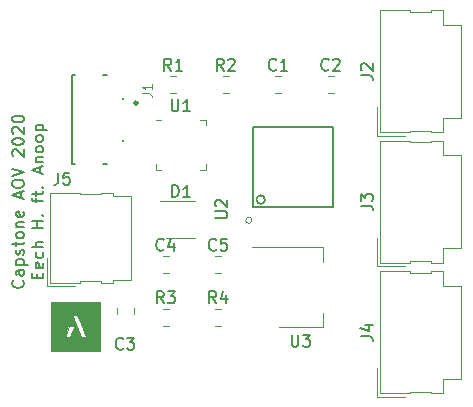
<source format=gbr>
G04 #@! TF.GenerationSoftware,KiCad,Pcbnew,5.1.5-52549c5~84~ubuntu18.04.1*
G04 #@! TF.CreationDate,2020-02-05T16:10:53-05:00*
G04 #@! TF.ProjectId,ultrasonic,756c7472-6173-46f6-9e69-632e6b696361,rev?*
G04 #@! TF.SameCoordinates,Original*
G04 #@! TF.FileFunction,Legend,Top*
G04 #@! TF.FilePolarity,Positive*
%FSLAX46Y46*%
G04 Gerber Fmt 4.6, Leading zero omitted, Abs format (unit mm)*
G04 Created by KiCad (PCBNEW 5.1.5-52549c5~84~ubuntu18.04.1) date 2020-02-05 16:10:53*
%MOMM*%
%LPD*%
G04 APERTURE LIST*
%ADD10C,0.150000*%
%ADD11C,0.120000*%
%ADD12C,0.010000*%
%ADD13C,0.127000*%
%ADD14C,0.300000*%
%ADD15C,0.100000*%
%ADD16C,0.152400*%
%ADD17C,0.015000*%
G04 APERTURE END LIST*
D10*
X104751142Y-113092666D02*
X104798761Y-113140285D01*
X104846380Y-113283142D01*
X104846380Y-113378380D01*
X104798761Y-113521238D01*
X104703523Y-113616476D01*
X104608285Y-113664095D01*
X104417809Y-113711714D01*
X104274952Y-113711714D01*
X104084476Y-113664095D01*
X103989238Y-113616476D01*
X103894000Y-113521238D01*
X103846380Y-113378380D01*
X103846380Y-113283142D01*
X103894000Y-113140285D01*
X103941619Y-113092666D01*
X104846380Y-112235523D02*
X104322571Y-112235523D01*
X104227333Y-112283142D01*
X104179714Y-112378380D01*
X104179714Y-112568857D01*
X104227333Y-112664095D01*
X104798761Y-112235523D02*
X104846380Y-112330761D01*
X104846380Y-112568857D01*
X104798761Y-112664095D01*
X104703523Y-112711714D01*
X104608285Y-112711714D01*
X104513047Y-112664095D01*
X104465428Y-112568857D01*
X104465428Y-112330761D01*
X104417809Y-112235523D01*
X104179714Y-111759333D02*
X105179714Y-111759333D01*
X104227333Y-111759333D02*
X104179714Y-111664095D01*
X104179714Y-111473619D01*
X104227333Y-111378380D01*
X104274952Y-111330761D01*
X104370190Y-111283142D01*
X104655904Y-111283142D01*
X104751142Y-111330761D01*
X104798761Y-111378380D01*
X104846380Y-111473619D01*
X104846380Y-111664095D01*
X104798761Y-111759333D01*
X104798761Y-110902190D02*
X104846380Y-110806952D01*
X104846380Y-110616476D01*
X104798761Y-110521238D01*
X104703523Y-110473619D01*
X104655904Y-110473619D01*
X104560666Y-110521238D01*
X104513047Y-110616476D01*
X104513047Y-110759333D01*
X104465428Y-110854571D01*
X104370190Y-110902190D01*
X104322571Y-110902190D01*
X104227333Y-110854571D01*
X104179714Y-110759333D01*
X104179714Y-110616476D01*
X104227333Y-110521238D01*
X104179714Y-110187904D02*
X104179714Y-109806952D01*
X103846380Y-110045047D02*
X104703523Y-110045047D01*
X104798761Y-109997428D01*
X104846380Y-109902190D01*
X104846380Y-109806952D01*
X104846380Y-109330761D02*
X104798761Y-109426000D01*
X104751142Y-109473619D01*
X104655904Y-109521238D01*
X104370190Y-109521238D01*
X104274952Y-109473619D01*
X104227333Y-109426000D01*
X104179714Y-109330761D01*
X104179714Y-109187904D01*
X104227333Y-109092666D01*
X104274952Y-109045047D01*
X104370190Y-108997428D01*
X104655904Y-108997428D01*
X104751142Y-109045047D01*
X104798761Y-109092666D01*
X104846380Y-109187904D01*
X104846380Y-109330761D01*
X104179714Y-108568857D02*
X104846380Y-108568857D01*
X104274952Y-108568857D02*
X104227333Y-108521238D01*
X104179714Y-108426000D01*
X104179714Y-108283142D01*
X104227333Y-108187904D01*
X104322571Y-108140285D01*
X104846380Y-108140285D01*
X104798761Y-107283142D02*
X104846380Y-107378380D01*
X104846380Y-107568857D01*
X104798761Y-107664095D01*
X104703523Y-107711714D01*
X104322571Y-107711714D01*
X104227333Y-107664095D01*
X104179714Y-107568857D01*
X104179714Y-107378380D01*
X104227333Y-107283142D01*
X104322571Y-107235523D01*
X104417809Y-107235523D01*
X104513047Y-107711714D01*
X104560666Y-106092666D02*
X104560666Y-105616476D01*
X104846380Y-106187904D02*
X103846380Y-105854571D01*
X104846380Y-105521238D01*
X103846380Y-104997428D02*
X103846380Y-104806952D01*
X103894000Y-104711714D01*
X103989238Y-104616476D01*
X104179714Y-104568857D01*
X104513047Y-104568857D01*
X104703523Y-104616476D01*
X104798761Y-104711714D01*
X104846380Y-104806952D01*
X104846380Y-104997428D01*
X104798761Y-105092666D01*
X104703523Y-105187904D01*
X104513047Y-105235523D01*
X104179714Y-105235523D01*
X103989238Y-105187904D01*
X103894000Y-105092666D01*
X103846380Y-104997428D01*
X103846380Y-104283142D02*
X104846380Y-103949809D01*
X103846380Y-103616476D01*
X103941619Y-102568857D02*
X103894000Y-102521238D01*
X103846380Y-102426000D01*
X103846380Y-102187904D01*
X103894000Y-102092666D01*
X103941619Y-102045047D01*
X104036857Y-101997428D01*
X104132095Y-101997428D01*
X104274952Y-102045047D01*
X104846380Y-102616476D01*
X104846380Y-101997428D01*
X103846380Y-101378380D02*
X103846380Y-101283142D01*
X103894000Y-101187904D01*
X103941619Y-101140285D01*
X104036857Y-101092666D01*
X104227333Y-101045047D01*
X104465428Y-101045047D01*
X104655904Y-101092666D01*
X104751142Y-101140285D01*
X104798761Y-101187904D01*
X104846380Y-101283142D01*
X104846380Y-101378380D01*
X104798761Y-101473619D01*
X104751142Y-101521238D01*
X104655904Y-101568857D01*
X104465428Y-101616476D01*
X104227333Y-101616476D01*
X104036857Y-101568857D01*
X103941619Y-101521238D01*
X103894000Y-101473619D01*
X103846380Y-101378380D01*
X103941619Y-100664095D02*
X103894000Y-100616476D01*
X103846380Y-100521238D01*
X103846380Y-100283142D01*
X103894000Y-100187904D01*
X103941619Y-100140285D01*
X104036857Y-100092666D01*
X104132095Y-100092666D01*
X104274952Y-100140285D01*
X104846380Y-100711714D01*
X104846380Y-100092666D01*
X103846380Y-99473619D02*
X103846380Y-99378380D01*
X103894000Y-99283142D01*
X103941619Y-99235523D01*
X104036857Y-99187904D01*
X104227333Y-99140285D01*
X104465428Y-99140285D01*
X104655904Y-99187904D01*
X104751142Y-99235523D01*
X104798761Y-99283142D01*
X104846380Y-99378380D01*
X104846380Y-99473619D01*
X104798761Y-99568857D01*
X104751142Y-99616476D01*
X104655904Y-99664095D01*
X104465428Y-99711714D01*
X104227333Y-99711714D01*
X104036857Y-99664095D01*
X103941619Y-99616476D01*
X103894000Y-99568857D01*
X103846380Y-99473619D01*
X105973571Y-112902190D02*
X105973571Y-112568857D01*
X106497380Y-112426000D02*
X106497380Y-112902190D01*
X105497380Y-112902190D01*
X105497380Y-112426000D01*
X106449761Y-111616476D02*
X106497380Y-111711714D01*
X106497380Y-111902190D01*
X106449761Y-111997428D01*
X106354523Y-112045047D01*
X105973571Y-112045047D01*
X105878333Y-111997428D01*
X105830714Y-111902190D01*
X105830714Y-111711714D01*
X105878333Y-111616476D01*
X105973571Y-111568857D01*
X106068809Y-111568857D01*
X106164047Y-112045047D01*
X106449761Y-110711714D02*
X106497380Y-110806952D01*
X106497380Y-110997428D01*
X106449761Y-111092666D01*
X106402142Y-111140285D01*
X106306904Y-111187904D01*
X106021190Y-111187904D01*
X105925952Y-111140285D01*
X105878333Y-111092666D01*
X105830714Y-110997428D01*
X105830714Y-110806952D01*
X105878333Y-110711714D01*
X106497380Y-110283142D02*
X105497380Y-110283142D01*
X106497380Y-109854571D02*
X105973571Y-109854571D01*
X105878333Y-109902190D01*
X105830714Y-109997428D01*
X105830714Y-110140285D01*
X105878333Y-110235523D01*
X105925952Y-110283142D01*
X106497380Y-108616476D02*
X105497380Y-108616476D01*
X105973571Y-108616476D02*
X105973571Y-108045047D01*
X106497380Y-108045047D02*
X105497380Y-108045047D01*
X106402142Y-107568857D02*
X106449761Y-107521238D01*
X106497380Y-107568857D01*
X106449761Y-107616476D01*
X106402142Y-107568857D01*
X106497380Y-107568857D01*
X105830714Y-106473619D02*
X105830714Y-106092666D01*
X106497380Y-106330761D02*
X105640238Y-106330761D01*
X105545000Y-106283142D01*
X105497380Y-106187904D01*
X105497380Y-106092666D01*
X105830714Y-105902190D02*
X105830714Y-105521238D01*
X105497380Y-105759333D02*
X106354523Y-105759333D01*
X106449761Y-105711714D01*
X106497380Y-105616476D01*
X106497380Y-105521238D01*
X106402142Y-105187904D02*
X106449761Y-105140285D01*
X106497380Y-105187904D01*
X106449761Y-105235523D01*
X106402142Y-105187904D01*
X106497380Y-105187904D01*
X106211666Y-103997428D02*
X106211666Y-103521238D01*
X106497380Y-104092666D02*
X105497380Y-103759333D01*
X106497380Y-103426000D01*
X105830714Y-103092666D02*
X106497380Y-103092666D01*
X105925952Y-103092666D02*
X105878333Y-103045047D01*
X105830714Y-102949809D01*
X105830714Y-102806952D01*
X105878333Y-102711714D01*
X105973571Y-102664095D01*
X106497380Y-102664095D01*
X106497380Y-102045047D02*
X106449761Y-102140285D01*
X106402142Y-102187904D01*
X106306904Y-102235523D01*
X106021190Y-102235523D01*
X105925952Y-102187904D01*
X105878333Y-102140285D01*
X105830714Y-102045047D01*
X105830714Y-101902190D01*
X105878333Y-101806952D01*
X105925952Y-101759333D01*
X106021190Y-101711714D01*
X106306904Y-101711714D01*
X106402142Y-101759333D01*
X106449761Y-101806952D01*
X106497380Y-101902190D01*
X106497380Y-102045047D01*
X106497380Y-101140285D02*
X106449761Y-101235523D01*
X106402142Y-101283142D01*
X106306904Y-101330761D01*
X106021190Y-101330761D01*
X105925952Y-101283142D01*
X105878333Y-101235523D01*
X105830714Y-101140285D01*
X105830714Y-100997428D01*
X105878333Y-100902190D01*
X105925952Y-100854571D01*
X106021190Y-100806952D01*
X106306904Y-100806952D01*
X106402142Y-100854571D01*
X106449761Y-100902190D01*
X106497380Y-100997428D01*
X106497380Y-101140285D01*
X105830714Y-100378380D02*
X106830714Y-100378380D01*
X105878333Y-100378380D02*
X105830714Y-100283142D01*
X105830714Y-100092666D01*
X105878333Y-99997428D01*
X105925952Y-99949809D01*
X106021190Y-99902190D01*
X106306904Y-99902190D01*
X106402142Y-99949809D01*
X106449761Y-99997428D01*
X106497380Y-100092666D01*
X106497380Y-100283142D01*
X106449761Y-100378380D01*
D11*
X134708000Y-122925000D02*
X134708000Y-120515000D01*
X137118000Y-122925000D02*
X134708000Y-122925000D01*
X135008000Y-112325000D02*
X135008000Y-122625000D01*
X137538000Y-112325000D02*
X135008000Y-112325000D01*
X137538000Y-112455000D02*
X137538000Y-112325000D01*
X139348000Y-112455000D02*
X137538000Y-112455000D01*
X139348000Y-112325000D02*
X139348000Y-112455000D01*
X140328000Y-112325000D02*
X139348000Y-112325000D01*
X140328000Y-113555000D02*
X140328000Y-112325000D01*
X141828000Y-113555000D02*
X140328000Y-113555000D01*
X141828000Y-121395000D02*
X141828000Y-113555000D01*
X140328000Y-121395000D02*
X141828000Y-121395000D01*
X140328000Y-122625000D02*
X140328000Y-121395000D01*
X139348000Y-122625000D02*
X140328000Y-122625000D01*
X139348000Y-122495000D02*
X139348000Y-122625000D01*
X137538000Y-122495000D02*
X139348000Y-122495000D01*
X137538000Y-122625000D02*
X137538000Y-122495000D01*
X135008000Y-122625000D02*
X137538000Y-122625000D01*
X134708000Y-111876000D02*
X134708000Y-109466000D01*
X137118000Y-111876000D02*
X134708000Y-111876000D01*
X135008000Y-101276000D02*
X135008000Y-111576000D01*
X137538000Y-101276000D02*
X135008000Y-101276000D01*
X137538000Y-101406000D02*
X137538000Y-101276000D01*
X139348000Y-101406000D02*
X137538000Y-101406000D01*
X139348000Y-101276000D02*
X139348000Y-101406000D01*
X140328000Y-101276000D02*
X139348000Y-101276000D01*
X140328000Y-102506000D02*
X140328000Y-101276000D01*
X141828000Y-102506000D02*
X140328000Y-102506000D01*
X141828000Y-110346000D02*
X141828000Y-102506000D01*
X140328000Y-110346000D02*
X141828000Y-110346000D01*
X140328000Y-111576000D02*
X140328000Y-110346000D01*
X139348000Y-111576000D02*
X140328000Y-111576000D01*
X139348000Y-111446000D02*
X139348000Y-111576000D01*
X137538000Y-111446000D02*
X139348000Y-111446000D01*
X137538000Y-111576000D02*
X137538000Y-111446000D01*
X135008000Y-111576000D02*
X137538000Y-111576000D01*
X134708000Y-100827000D02*
X134708000Y-98417000D01*
X137118000Y-100827000D02*
X134708000Y-100827000D01*
X135008000Y-90227000D02*
X135008000Y-100527000D01*
X137538000Y-90227000D02*
X135008000Y-90227000D01*
X137538000Y-90357000D02*
X137538000Y-90227000D01*
X139348000Y-90357000D02*
X137538000Y-90357000D01*
X139348000Y-90227000D02*
X139348000Y-90357000D01*
X140328000Y-90227000D02*
X139348000Y-90227000D01*
X140328000Y-91457000D02*
X140328000Y-90227000D01*
X141828000Y-91457000D02*
X140328000Y-91457000D01*
X141828000Y-99297000D02*
X141828000Y-91457000D01*
X140328000Y-99297000D02*
X141828000Y-99297000D01*
X140328000Y-100527000D02*
X140328000Y-99297000D01*
X139348000Y-100527000D02*
X140328000Y-100527000D01*
X139348000Y-100397000D02*
X139348000Y-100527000D01*
X137538000Y-100397000D02*
X139348000Y-100397000D01*
X137538000Y-100527000D02*
X137538000Y-100397000D01*
X135008000Y-100527000D02*
X137538000Y-100527000D01*
X106768000Y-113574000D02*
X106768000Y-111164000D01*
X109178000Y-113574000D02*
X106768000Y-113574000D01*
X107068000Y-105674000D02*
X107068000Y-113274000D01*
X109598000Y-105674000D02*
X107068000Y-105674000D01*
X109598000Y-105804000D02*
X109598000Y-105674000D01*
X111408000Y-105804000D02*
X109598000Y-105804000D01*
X111408000Y-105674000D02*
X111408000Y-105804000D01*
X112388000Y-105674000D02*
X111408000Y-105674000D01*
X112388000Y-105934000D02*
X112388000Y-105674000D01*
X113888000Y-105934000D02*
X112388000Y-105934000D01*
X113888000Y-113014000D02*
X113888000Y-105934000D01*
X112388000Y-113014000D02*
X113888000Y-113014000D01*
X112388000Y-113274000D02*
X112388000Y-113014000D01*
X111408000Y-113274000D02*
X112388000Y-113274000D01*
X111408000Y-113144000D02*
X111408000Y-113274000D01*
X109598000Y-113144000D02*
X111408000Y-113144000D01*
X109598000Y-113274000D02*
X109598000Y-113144000D01*
X107068000Y-113274000D02*
X109598000Y-113274000D01*
D12*
G36*
X111299812Y-119046812D02*
G01*
X107140687Y-119046812D01*
X107140687Y-117916082D01*
X108307592Y-117916082D01*
X108308085Y-117916094D01*
X108309542Y-117916106D01*
X108311931Y-117916118D01*
X108315221Y-117916129D01*
X108319380Y-117916141D01*
X108324376Y-117916151D01*
X108330177Y-117916162D01*
X108336751Y-117916172D01*
X108344066Y-117916182D01*
X108352091Y-117916191D01*
X108360794Y-117916200D01*
X108370143Y-117916208D01*
X108380106Y-117916216D01*
X108390651Y-117916224D01*
X108401746Y-117916231D01*
X108413360Y-117916237D01*
X108425461Y-117916242D01*
X108438017Y-117916248D01*
X108450996Y-117916252D01*
X108464367Y-117916256D01*
X108478096Y-117916259D01*
X108492154Y-117916261D01*
X108506507Y-117916262D01*
X108521124Y-117916263D01*
X108744668Y-117916263D01*
X108935528Y-117444744D01*
X108943967Y-117423896D01*
X108952315Y-117403272D01*
X108960564Y-117382891D01*
X108968706Y-117362773D01*
X108976734Y-117342936D01*
X108984640Y-117323401D01*
X108992416Y-117304186D01*
X109000054Y-117285311D01*
X109007546Y-117266796D01*
X109014884Y-117248660D01*
X109022062Y-117230921D01*
X109029070Y-117213600D01*
X109035901Y-117196716D01*
X109042547Y-117180287D01*
X109049000Y-117164335D01*
X109055253Y-117148877D01*
X109061297Y-117133933D01*
X109067126Y-117119523D01*
X109072730Y-117105666D01*
X109078103Y-117092382D01*
X109083235Y-117079688D01*
X109088121Y-117067606D01*
X109092751Y-117056155D01*
X109097117Y-117045353D01*
X109101213Y-117035220D01*
X109105030Y-117025775D01*
X109108561Y-117017039D01*
X109111796Y-117009029D01*
X109114730Y-117001767D01*
X109117353Y-116995269D01*
X109119659Y-116989558D01*
X109121638Y-116984651D01*
X109123284Y-116980567D01*
X109124589Y-116977328D01*
X109125544Y-116974950D01*
X109126142Y-116973455D01*
X109126376Y-116972862D01*
X109126379Y-116972852D01*
X109125885Y-116972827D01*
X109124428Y-116972803D01*
X109122038Y-116972780D01*
X109118747Y-116972758D01*
X109114588Y-116972737D01*
X109109591Y-116972718D01*
X109103790Y-116972699D01*
X109097216Y-116972682D01*
X109089900Y-116972666D01*
X109081874Y-116972651D01*
X109073171Y-116972638D01*
X109063822Y-116972626D01*
X109053859Y-116972615D01*
X109043314Y-116972606D01*
X109032218Y-116972598D01*
X109020604Y-116972592D01*
X109008503Y-116972587D01*
X108995947Y-116972584D01*
X108982968Y-116972583D01*
X108969598Y-116972583D01*
X108955869Y-116972584D01*
X108941812Y-116972588D01*
X108927460Y-116972593D01*
X108912843Y-116972600D01*
X108907880Y-116972603D01*
X108689390Y-116972728D01*
X108498491Y-117444314D01*
X108490052Y-117465163D01*
X108481703Y-117485787D01*
X108473454Y-117506168D01*
X108465310Y-117526286D01*
X108457281Y-117546122D01*
X108449375Y-117565656D01*
X108441598Y-117584869D01*
X108433959Y-117603742D01*
X108426466Y-117622255D01*
X108419127Y-117640389D01*
X108411948Y-117658125D01*
X108404939Y-117675444D01*
X108398107Y-117692325D01*
X108391460Y-117708750D01*
X108385006Y-117724699D01*
X108378752Y-117740154D01*
X108372706Y-117755093D01*
X108366876Y-117769500D01*
X108361271Y-117783353D01*
X108355897Y-117796633D01*
X108350763Y-117809322D01*
X108345876Y-117821400D01*
X108341245Y-117832847D01*
X108336876Y-117843644D01*
X108332779Y-117853772D01*
X108328961Y-117863212D01*
X108325429Y-117871944D01*
X108322191Y-117879948D01*
X108319256Y-117887206D01*
X108316631Y-117893699D01*
X108314324Y-117899405D01*
X108312342Y-117904308D01*
X108310695Y-117908386D01*
X108309388Y-117911621D01*
X108308431Y-117913993D01*
X108307831Y-117915484D01*
X108307596Y-117916073D01*
X108307592Y-117916082D01*
X107140687Y-117916082D01*
X107140687Y-116016084D01*
X108925278Y-116016084D01*
X108925281Y-116016118D01*
X108925475Y-116016605D01*
X108926039Y-116018000D01*
X108926968Y-116020290D01*
X108928256Y-116023462D01*
X108929897Y-116027503D01*
X108931887Y-116032397D01*
X108934218Y-116038133D01*
X108936886Y-116044695D01*
X108939886Y-116052071D01*
X108943211Y-116060247D01*
X108946857Y-116069209D01*
X108950817Y-116078944D01*
X108955086Y-116089438D01*
X108959658Y-116100677D01*
X108964529Y-116112648D01*
X108969692Y-116125338D01*
X108975142Y-116138731D01*
X108980873Y-116152816D01*
X108986880Y-116167578D01*
X108993157Y-116183003D01*
X108999699Y-116199078D01*
X109006500Y-116215790D01*
X109013555Y-116233125D01*
X109020858Y-116251068D01*
X109028403Y-116269608D01*
X109036185Y-116288729D01*
X109044199Y-116308418D01*
X109052438Y-116328662D01*
X109060898Y-116349446D01*
X109069573Y-116370759D01*
X109078456Y-116392585D01*
X109087544Y-116414911D01*
X109096829Y-116437723D01*
X109106308Y-116461008D01*
X109115973Y-116484753D01*
X109125820Y-116508943D01*
X109135842Y-116533565D01*
X109146036Y-116558606D01*
X109156394Y-116584051D01*
X109166911Y-116609887D01*
X109177582Y-116636101D01*
X109188401Y-116662678D01*
X109199363Y-116689606D01*
X109210462Y-116716870D01*
X109221693Y-116744457D01*
X109233050Y-116772354D01*
X109244527Y-116800546D01*
X109256119Y-116829021D01*
X109267820Y-116857763D01*
X109279626Y-116886761D01*
X109291529Y-116916000D01*
X109303526Y-116945466D01*
X109312141Y-116966627D01*
X109698765Y-117916263D01*
X109930485Y-117916263D01*
X109944881Y-117916262D01*
X109958992Y-117916260D01*
X109972786Y-117916259D01*
X109986230Y-117916256D01*
X109999294Y-117916253D01*
X110011944Y-117916250D01*
X110024150Y-117916246D01*
X110035879Y-117916242D01*
X110047098Y-117916237D01*
X110057777Y-117916232D01*
X110067884Y-117916227D01*
X110077386Y-117916221D01*
X110086251Y-117916215D01*
X110094447Y-117916209D01*
X110101944Y-117916202D01*
X110108708Y-117916195D01*
X110114707Y-117916188D01*
X110119910Y-117916181D01*
X110124286Y-117916173D01*
X110127801Y-117916165D01*
X110130423Y-117916157D01*
X110132122Y-117916149D01*
X110132865Y-117916141D01*
X110132898Y-117916138D01*
X110132712Y-117915675D01*
X110132156Y-117914303D01*
X110131238Y-117912034D01*
X110129961Y-117908884D01*
X110128333Y-117904865D01*
X110126357Y-117899990D01*
X110124041Y-117894275D01*
X110121388Y-117887732D01*
X110118406Y-117880374D01*
X110115099Y-117872217D01*
X110111472Y-117863272D01*
X110107533Y-117853554D01*
X110103285Y-117843077D01*
X110098734Y-117831853D01*
X110093887Y-117819897D01*
X110088748Y-117807223D01*
X110083323Y-117793843D01*
X110077617Y-117779771D01*
X110071637Y-117765022D01*
X110065387Y-117749609D01*
X110058874Y-117733545D01*
X110052101Y-117716843D01*
X110045077Y-117699519D01*
X110037804Y-117681584D01*
X110030290Y-117663054D01*
X110022540Y-117643941D01*
X110014559Y-117624259D01*
X110006353Y-117604021D01*
X109997927Y-117583242D01*
X109989287Y-117561935D01*
X109980438Y-117540113D01*
X109971386Y-117517791D01*
X109962136Y-117494981D01*
X109952694Y-117471698D01*
X109943066Y-117447954D01*
X109933257Y-117423765D01*
X109923272Y-117399142D01*
X109913117Y-117374101D01*
X109902798Y-117348654D01*
X109892319Y-117322815D01*
X109881688Y-117296597D01*
X109870908Y-117270016D01*
X109859986Y-117243083D01*
X109848927Y-117215812D01*
X109837737Y-117188218D01*
X109826421Y-117160314D01*
X109814985Y-117132113D01*
X109803433Y-117103630D01*
X109791773Y-117074877D01*
X109780009Y-117045868D01*
X109768147Y-117016617D01*
X109756192Y-116987138D01*
X109747520Y-116965755D01*
X109362150Y-116015496D01*
X109143597Y-116015371D01*
X109125997Y-116015361D01*
X109109366Y-116015352D01*
X109093677Y-116015344D01*
X109078901Y-116015337D01*
X109065013Y-116015331D01*
X109051984Y-116015327D01*
X109039787Y-116015323D01*
X109028395Y-116015321D01*
X109017781Y-116015321D01*
X109007917Y-116015322D01*
X108998776Y-116015325D01*
X108990330Y-116015330D01*
X108982554Y-116015337D01*
X108975418Y-116015346D01*
X108968896Y-116015357D01*
X108962960Y-116015370D01*
X108957584Y-116015385D01*
X108952740Y-116015402D01*
X108948400Y-116015423D01*
X108944537Y-116015445D01*
X108941124Y-116015471D01*
X108938134Y-116015499D01*
X108935539Y-116015530D01*
X108933313Y-116015563D01*
X108931426Y-116015600D01*
X108929854Y-116015640D01*
X108928567Y-116015683D01*
X108927539Y-116015730D01*
X108926743Y-116015780D01*
X108926151Y-116015833D01*
X108925736Y-116015890D01*
X108925470Y-116015951D01*
X108925327Y-116016015D01*
X108925278Y-116016084D01*
X107140687Y-116016084D01*
X107140687Y-114887687D01*
X111299812Y-114887687D01*
X111299812Y-119046812D01*
G37*
X111299812Y-119046812D02*
X107140687Y-119046812D01*
X107140687Y-117916082D01*
X108307592Y-117916082D01*
X108308085Y-117916094D01*
X108309542Y-117916106D01*
X108311931Y-117916118D01*
X108315221Y-117916129D01*
X108319380Y-117916141D01*
X108324376Y-117916151D01*
X108330177Y-117916162D01*
X108336751Y-117916172D01*
X108344066Y-117916182D01*
X108352091Y-117916191D01*
X108360794Y-117916200D01*
X108370143Y-117916208D01*
X108380106Y-117916216D01*
X108390651Y-117916224D01*
X108401746Y-117916231D01*
X108413360Y-117916237D01*
X108425461Y-117916242D01*
X108438017Y-117916248D01*
X108450996Y-117916252D01*
X108464367Y-117916256D01*
X108478096Y-117916259D01*
X108492154Y-117916261D01*
X108506507Y-117916262D01*
X108521124Y-117916263D01*
X108744668Y-117916263D01*
X108935528Y-117444744D01*
X108943967Y-117423896D01*
X108952315Y-117403272D01*
X108960564Y-117382891D01*
X108968706Y-117362773D01*
X108976734Y-117342936D01*
X108984640Y-117323401D01*
X108992416Y-117304186D01*
X109000054Y-117285311D01*
X109007546Y-117266796D01*
X109014884Y-117248660D01*
X109022062Y-117230921D01*
X109029070Y-117213600D01*
X109035901Y-117196716D01*
X109042547Y-117180287D01*
X109049000Y-117164335D01*
X109055253Y-117148877D01*
X109061297Y-117133933D01*
X109067126Y-117119523D01*
X109072730Y-117105666D01*
X109078103Y-117092382D01*
X109083235Y-117079688D01*
X109088121Y-117067606D01*
X109092751Y-117056155D01*
X109097117Y-117045353D01*
X109101213Y-117035220D01*
X109105030Y-117025775D01*
X109108561Y-117017039D01*
X109111796Y-117009029D01*
X109114730Y-117001767D01*
X109117353Y-116995269D01*
X109119659Y-116989558D01*
X109121638Y-116984651D01*
X109123284Y-116980567D01*
X109124589Y-116977328D01*
X109125544Y-116974950D01*
X109126142Y-116973455D01*
X109126376Y-116972862D01*
X109126379Y-116972852D01*
X109125885Y-116972827D01*
X109124428Y-116972803D01*
X109122038Y-116972780D01*
X109118747Y-116972758D01*
X109114588Y-116972737D01*
X109109591Y-116972718D01*
X109103790Y-116972699D01*
X109097216Y-116972682D01*
X109089900Y-116972666D01*
X109081874Y-116972651D01*
X109073171Y-116972638D01*
X109063822Y-116972626D01*
X109053859Y-116972615D01*
X109043314Y-116972606D01*
X109032218Y-116972598D01*
X109020604Y-116972592D01*
X109008503Y-116972587D01*
X108995947Y-116972584D01*
X108982968Y-116972583D01*
X108969598Y-116972583D01*
X108955869Y-116972584D01*
X108941812Y-116972588D01*
X108927460Y-116972593D01*
X108912843Y-116972600D01*
X108907880Y-116972603D01*
X108689390Y-116972728D01*
X108498491Y-117444314D01*
X108490052Y-117465163D01*
X108481703Y-117485787D01*
X108473454Y-117506168D01*
X108465310Y-117526286D01*
X108457281Y-117546122D01*
X108449375Y-117565656D01*
X108441598Y-117584869D01*
X108433959Y-117603742D01*
X108426466Y-117622255D01*
X108419127Y-117640389D01*
X108411948Y-117658125D01*
X108404939Y-117675444D01*
X108398107Y-117692325D01*
X108391460Y-117708750D01*
X108385006Y-117724699D01*
X108378752Y-117740154D01*
X108372706Y-117755093D01*
X108366876Y-117769500D01*
X108361271Y-117783353D01*
X108355897Y-117796633D01*
X108350763Y-117809322D01*
X108345876Y-117821400D01*
X108341245Y-117832847D01*
X108336876Y-117843644D01*
X108332779Y-117853772D01*
X108328961Y-117863212D01*
X108325429Y-117871944D01*
X108322191Y-117879948D01*
X108319256Y-117887206D01*
X108316631Y-117893699D01*
X108314324Y-117899405D01*
X108312342Y-117904308D01*
X108310695Y-117908386D01*
X108309388Y-117911621D01*
X108308431Y-117913993D01*
X108307831Y-117915484D01*
X108307596Y-117916073D01*
X108307592Y-117916082D01*
X107140687Y-117916082D01*
X107140687Y-116016084D01*
X108925278Y-116016084D01*
X108925281Y-116016118D01*
X108925475Y-116016605D01*
X108926039Y-116018000D01*
X108926968Y-116020290D01*
X108928256Y-116023462D01*
X108929897Y-116027503D01*
X108931887Y-116032397D01*
X108934218Y-116038133D01*
X108936886Y-116044695D01*
X108939886Y-116052071D01*
X108943211Y-116060247D01*
X108946857Y-116069209D01*
X108950817Y-116078944D01*
X108955086Y-116089438D01*
X108959658Y-116100677D01*
X108964529Y-116112648D01*
X108969692Y-116125338D01*
X108975142Y-116138731D01*
X108980873Y-116152816D01*
X108986880Y-116167578D01*
X108993157Y-116183003D01*
X108999699Y-116199078D01*
X109006500Y-116215790D01*
X109013555Y-116233125D01*
X109020858Y-116251068D01*
X109028403Y-116269608D01*
X109036185Y-116288729D01*
X109044199Y-116308418D01*
X109052438Y-116328662D01*
X109060898Y-116349446D01*
X109069573Y-116370759D01*
X109078456Y-116392585D01*
X109087544Y-116414911D01*
X109096829Y-116437723D01*
X109106308Y-116461008D01*
X109115973Y-116484753D01*
X109125820Y-116508943D01*
X109135842Y-116533565D01*
X109146036Y-116558606D01*
X109156394Y-116584051D01*
X109166911Y-116609887D01*
X109177582Y-116636101D01*
X109188401Y-116662678D01*
X109199363Y-116689606D01*
X109210462Y-116716870D01*
X109221693Y-116744457D01*
X109233050Y-116772354D01*
X109244527Y-116800546D01*
X109256119Y-116829021D01*
X109267820Y-116857763D01*
X109279626Y-116886761D01*
X109291529Y-116916000D01*
X109303526Y-116945466D01*
X109312141Y-116966627D01*
X109698765Y-117916263D01*
X109930485Y-117916263D01*
X109944881Y-117916262D01*
X109958992Y-117916260D01*
X109972786Y-117916259D01*
X109986230Y-117916256D01*
X109999294Y-117916253D01*
X110011944Y-117916250D01*
X110024150Y-117916246D01*
X110035879Y-117916242D01*
X110047098Y-117916237D01*
X110057777Y-117916232D01*
X110067884Y-117916227D01*
X110077386Y-117916221D01*
X110086251Y-117916215D01*
X110094447Y-117916209D01*
X110101944Y-117916202D01*
X110108708Y-117916195D01*
X110114707Y-117916188D01*
X110119910Y-117916181D01*
X110124286Y-117916173D01*
X110127801Y-117916165D01*
X110130423Y-117916157D01*
X110132122Y-117916149D01*
X110132865Y-117916141D01*
X110132898Y-117916138D01*
X110132712Y-117915675D01*
X110132156Y-117914303D01*
X110131238Y-117912034D01*
X110129961Y-117908884D01*
X110128333Y-117904865D01*
X110126357Y-117899990D01*
X110124041Y-117894275D01*
X110121388Y-117887732D01*
X110118406Y-117880374D01*
X110115099Y-117872217D01*
X110111472Y-117863272D01*
X110107533Y-117853554D01*
X110103285Y-117843077D01*
X110098734Y-117831853D01*
X110093887Y-117819897D01*
X110088748Y-117807223D01*
X110083323Y-117793843D01*
X110077617Y-117779771D01*
X110071637Y-117765022D01*
X110065387Y-117749609D01*
X110058874Y-117733545D01*
X110052101Y-117716843D01*
X110045077Y-117699519D01*
X110037804Y-117681584D01*
X110030290Y-117663054D01*
X110022540Y-117643941D01*
X110014559Y-117624259D01*
X110006353Y-117604021D01*
X109997927Y-117583242D01*
X109989287Y-117561935D01*
X109980438Y-117540113D01*
X109971386Y-117517791D01*
X109962136Y-117494981D01*
X109952694Y-117471698D01*
X109943066Y-117447954D01*
X109933257Y-117423765D01*
X109923272Y-117399142D01*
X109913117Y-117374101D01*
X109902798Y-117348654D01*
X109892319Y-117322815D01*
X109881688Y-117296597D01*
X109870908Y-117270016D01*
X109859986Y-117243083D01*
X109848927Y-117215812D01*
X109837737Y-117188218D01*
X109826421Y-117160314D01*
X109814985Y-117132113D01*
X109803433Y-117103630D01*
X109791773Y-117074877D01*
X109780009Y-117045868D01*
X109768147Y-117016617D01*
X109756192Y-116987138D01*
X109747520Y-116965755D01*
X109362150Y-116015496D01*
X109143597Y-116015371D01*
X109125997Y-116015361D01*
X109109366Y-116015352D01*
X109093677Y-116015344D01*
X109078901Y-116015337D01*
X109065013Y-116015331D01*
X109051984Y-116015327D01*
X109039787Y-116015323D01*
X109028395Y-116015321D01*
X109017781Y-116015321D01*
X109007917Y-116015322D01*
X108998776Y-116015325D01*
X108990330Y-116015330D01*
X108982554Y-116015337D01*
X108975418Y-116015346D01*
X108968896Y-116015357D01*
X108962960Y-116015370D01*
X108957584Y-116015385D01*
X108952740Y-116015402D01*
X108948400Y-116015423D01*
X108944537Y-116015445D01*
X108941124Y-116015471D01*
X108938134Y-116015499D01*
X108935539Y-116015530D01*
X108933313Y-116015563D01*
X108931426Y-116015600D01*
X108929854Y-116015640D01*
X108928567Y-116015683D01*
X108927539Y-116015730D01*
X108926743Y-116015780D01*
X108926151Y-116015833D01*
X108925736Y-116015890D01*
X108925470Y-116015951D01*
X108925327Y-116016015D01*
X108925278Y-116016084D01*
X107140687Y-116016084D01*
X107140687Y-114887687D01*
X111299812Y-114887687D01*
X111299812Y-119046812D01*
D11*
X124170000Y-110255000D02*
X130180000Y-110255000D01*
X126420000Y-117075000D02*
X130180000Y-117075000D01*
X130180000Y-110255000D02*
X130180000Y-111515000D01*
X130180000Y-117075000D02*
X130180000Y-115815000D01*
D13*
X111880000Y-95691000D02*
X111530000Y-95691000D01*
X111880000Y-103191000D02*
X111530000Y-103191000D01*
X109180000Y-95691000D02*
X108905000Y-95691000D01*
X108905000Y-95691000D02*
X108905000Y-103191000D01*
X108905000Y-103191000D02*
X109180000Y-103191000D01*
X113255000Y-97611000D02*
X113255000Y-97721000D01*
X113255000Y-101161000D02*
X113255000Y-101271000D01*
D14*
X114430000Y-98041000D02*
G75*
G03X114430000Y-98041000I-100000J0D01*
G01*
D11*
X121023748Y-116915000D02*
X121546252Y-116915000D01*
X121023748Y-115495000D02*
X121546252Y-115495000D01*
X116578748Y-116915000D02*
X117101252Y-116915000D01*
X116578748Y-115495000D02*
X117101252Y-115495000D01*
X121658748Y-97230000D02*
X122181252Y-97230000D01*
X121658748Y-95810000D02*
X122181252Y-95810000D01*
X117213748Y-97230000D02*
X117736252Y-97230000D01*
X117213748Y-95810000D02*
X117736252Y-95810000D01*
X121546252Y-111050000D02*
X121023748Y-111050000D01*
X121546252Y-112470000D02*
X121023748Y-112470000D01*
X116578748Y-112470000D02*
X117101252Y-112470000D01*
X116578748Y-111050000D02*
X117101252Y-111050000D01*
X114121000Y-115958252D02*
X114121000Y-115435748D01*
X112701000Y-115958252D02*
X112701000Y-115435748D01*
X130548748Y-97230000D02*
X131071252Y-97230000D01*
X130548748Y-95810000D02*
X131071252Y-95810000D01*
X126626252Y-95810000D02*
X126103748Y-95810000D01*
X126626252Y-97230000D02*
X126103748Y-97230000D01*
D15*
X124139000Y-108005000D02*
G75*
G03X124139000Y-108005000I-254000J0D01*
G01*
D16*
X125251000Y-106248200D02*
G75*
G03X125251000Y-106248200I-359200J0D01*
G01*
X124235000Y-106905000D02*
X124235000Y-100105000D01*
X131035000Y-106905000D02*
X124235000Y-106905000D01*
X131035000Y-100105000D02*
X131035000Y-106905000D01*
X124235000Y-100105000D02*
X131035000Y-100105000D01*
D11*
X119745000Y-99490000D02*
X120220000Y-99490000D01*
X120220000Y-99490000D02*
X120220000Y-99965000D01*
X116475000Y-103710000D02*
X116000000Y-103710000D01*
X116000000Y-103710000D02*
X116000000Y-103235000D01*
X119745000Y-103710000D02*
X120220000Y-103710000D01*
X120220000Y-103710000D02*
X120220000Y-103235000D01*
X116475000Y-99490000D02*
X116000000Y-99490000D01*
X119310000Y-106400000D02*
X116360000Y-106400000D01*
X116910000Y-109500000D02*
X119310000Y-109500000D01*
D10*
X133370380Y-117808333D02*
X134084666Y-117808333D01*
X134227523Y-117855952D01*
X134322761Y-117951190D01*
X134370380Y-118094047D01*
X134370380Y-118189285D01*
X133703714Y-116903571D02*
X134370380Y-116903571D01*
X133322761Y-117141666D02*
X134037047Y-117379761D01*
X134037047Y-116760714D01*
X133370380Y-106759333D02*
X134084666Y-106759333D01*
X134227523Y-106806952D01*
X134322761Y-106902190D01*
X134370380Y-107045047D01*
X134370380Y-107140285D01*
X133370380Y-106378380D02*
X133370380Y-105759333D01*
X133751333Y-106092666D01*
X133751333Y-105949809D01*
X133798952Y-105854571D01*
X133846571Y-105806952D01*
X133941809Y-105759333D01*
X134179904Y-105759333D01*
X134275142Y-105806952D01*
X134322761Y-105854571D01*
X134370380Y-105949809D01*
X134370380Y-106235523D01*
X134322761Y-106330761D01*
X134275142Y-106378380D01*
X133370380Y-95710333D02*
X134084666Y-95710333D01*
X134227523Y-95757952D01*
X134322761Y-95853190D01*
X134370380Y-95996047D01*
X134370380Y-96091285D01*
X133465619Y-95281761D02*
X133418000Y-95234142D01*
X133370380Y-95138904D01*
X133370380Y-94900809D01*
X133418000Y-94805571D01*
X133465619Y-94757952D01*
X133560857Y-94710333D01*
X133656095Y-94710333D01*
X133798952Y-94757952D01*
X134370380Y-95329380D01*
X134370380Y-94710333D01*
X107743666Y-103973380D02*
X107743666Y-104687666D01*
X107696047Y-104830523D01*
X107600809Y-104925761D01*
X107457952Y-104973380D01*
X107362714Y-104973380D01*
X108696047Y-103973380D02*
X108219857Y-103973380D01*
X108172238Y-104449571D01*
X108219857Y-104401952D01*
X108315095Y-104354333D01*
X108553190Y-104354333D01*
X108648428Y-104401952D01*
X108696047Y-104449571D01*
X108743666Y-104544809D01*
X108743666Y-104782904D01*
X108696047Y-104878142D01*
X108648428Y-104925761D01*
X108553190Y-104973380D01*
X108315095Y-104973380D01*
X108219857Y-104925761D01*
X108172238Y-104878142D01*
X127508095Y-117689380D02*
X127508095Y-118498904D01*
X127555714Y-118594142D01*
X127603333Y-118641761D01*
X127698571Y-118689380D01*
X127889047Y-118689380D01*
X127984285Y-118641761D01*
X128031904Y-118594142D01*
X128079523Y-118498904D01*
X128079523Y-117689380D01*
X128460476Y-117689380D02*
X129079523Y-117689380D01*
X128746190Y-118070333D01*
X128889047Y-118070333D01*
X128984285Y-118117952D01*
X129031904Y-118165571D01*
X129079523Y-118260809D01*
X129079523Y-118498904D01*
X129031904Y-118594142D01*
X128984285Y-118641761D01*
X128889047Y-118689380D01*
X128603333Y-118689380D01*
X128508095Y-118641761D01*
X128460476Y-118594142D01*
D17*
X114876845Y-97250412D02*
X115439286Y-97250412D01*
X115551774Y-97287908D01*
X115626766Y-97362900D01*
X115664262Y-97475388D01*
X115664262Y-97550380D01*
X115664262Y-96462995D02*
X115664262Y-96912947D01*
X115664262Y-96687971D02*
X114876845Y-96687971D01*
X114989333Y-96762963D01*
X115064325Y-96837955D01*
X115101821Y-96912947D01*
D10*
X121118333Y-115007380D02*
X120785000Y-114531190D01*
X120546904Y-115007380D02*
X120546904Y-114007380D01*
X120927857Y-114007380D01*
X121023095Y-114055000D01*
X121070714Y-114102619D01*
X121118333Y-114197857D01*
X121118333Y-114340714D01*
X121070714Y-114435952D01*
X121023095Y-114483571D01*
X120927857Y-114531190D01*
X120546904Y-114531190D01*
X121975476Y-114340714D02*
X121975476Y-115007380D01*
X121737380Y-113959761D02*
X121499285Y-114674047D01*
X122118333Y-114674047D01*
X116673333Y-115007380D02*
X116340000Y-114531190D01*
X116101904Y-115007380D02*
X116101904Y-114007380D01*
X116482857Y-114007380D01*
X116578095Y-114055000D01*
X116625714Y-114102619D01*
X116673333Y-114197857D01*
X116673333Y-114340714D01*
X116625714Y-114435952D01*
X116578095Y-114483571D01*
X116482857Y-114531190D01*
X116101904Y-114531190D01*
X117006666Y-114007380D02*
X117625714Y-114007380D01*
X117292380Y-114388333D01*
X117435238Y-114388333D01*
X117530476Y-114435952D01*
X117578095Y-114483571D01*
X117625714Y-114578809D01*
X117625714Y-114816904D01*
X117578095Y-114912142D01*
X117530476Y-114959761D01*
X117435238Y-115007380D01*
X117149523Y-115007380D01*
X117054285Y-114959761D01*
X117006666Y-114912142D01*
X121753333Y-95322380D02*
X121420000Y-94846190D01*
X121181904Y-95322380D02*
X121181904Y-94322380D01*
X121562857Y-94322380D01*
X121658095Y-94370000D01*
X121705714Y-94417619D01*
X121753333Y-94512857D01*
X121753333Y-94655714D01*
X121705714Y-94750952D01*
X121658095Y-94798571D01*
X121562857Y-94846190D01*
X121181904Y-94846190D01*
X122134285Y-94417619D02*
X122181904Y-94370000D01*
X122277142Y-94322380D01*
X122515238Y-94322380D01*
X122610476Y-94370000D01*
X122658095Y-94417619D01*
X122705714Y-94512857D01*
X122705714Y-94608095D01*
X122658095Y-94750952D01*
X122086666Y-95322380D01*
X122705714Y-95322380D01*
X117308333Y-95322380D02*
X116975000Y-94846190D01*
X116736904Y-95322380D02*
X116736904Y-94322380D01*
X117117857Y-94322380D01*
X117213095Y-94370000D01*
X117260714Y-94417619D01*
X117308333Y-94512857D01*
X117308333Y-94655714D01*
X117260714Y-94750952D01*
X117213095Y-94798571D01*
X117117857Y-94846190D01*
X116736904Y-94846190D01*
X118260714Y-95322380D02*
X117689285Y-95322380D01*
X117975000Y-95322380D02*
X117975000Y-94322380D01*
X117879761Y-94465238D01*
X117784523Y-94560476D01*
X117689285Y-94608095D01*
X121118333Y-110466142D02*
X121070714Y-110513761D01*
X120927857Y-110561380D01*
X120832619Y-110561380D01*
X120689761Y-110513761D01*
X120594523Y-110418523D01*
X120546904Y-110323285D01*
X120499285Y-110132809D01*
X120499285Y-109989952D01*
X120546904Y-109799476D01*
X120594523Y-109704238D01*
X120689761Y-109609000D01*
X120832619Y-109561380D01*
X120927857Y-109561380D01*
X121070714Y-109609000D01*
X121118333Y-109656619D01*
X122023095Y-109561380D02*
X121546904Y-109561380D01*
X121499285Y-110037571D01*
X121546904Y-109989952D01*
X121642142Y-109942333D01*
X121880238Y-109942333D01*
X121975476Y-109989952D01*
X122023095Y-110037571D01*
X122070714Y-110132809D01*
X122070714Y-110370904D01*
X122023095Y-110466142D01*
X121975476Y-110513761D01*
X121880238Y-110561380D01*
X121642142Y-110561380D01*
X121546904Y-110513761D01*
X121499285Y-110466142D01*
X116673333Y-110467142D02*
X116625714Y-110514761D01*
X116482857Y-110562380D01*
X116387619Y-110562380D01*
X116244761Y-110514761D01*
X116149523Y-110419523D01*
X116101904Y-110324285D01*
X116054285Y-110133809D01*
X116054285Y-109990952D01*
X116101904Y-109800476D01*
X116149523Y-109705238D01*
X116244761Y-109610000D01*
X116387619Y-109562380D01*
X116482857Y-109562380D01*
X116625714Y-109610000D01*
X116673333Y-109657619D01*
X117530476Y-109895714D02*
X117530476Y-110562380D01*
X117292380Y-109514761D02*
X117054285Y-110229047D01*
X117673333Y-110229047D01*
X113244333Y-118848142D02*
X113196714Y-118895761D01*
X113053857Y-118943380D01*
X112958619Y-118943380D01*
X112815761Y-118895761D01*
X112720523Y-118800523D01*
X112672904Y-118705285D01*
X112625285Y-118514809D01*
X112625285Y-118371952D01*
X112672904Y-118181476D01*
X112720523Y-118086238D01*
X112815761Y-117991000D01*
X112958619Y-117943380D01*
X113053857Y-117943380D01*
X113196714Y-117991000D01*
X113244333Y-118038619D01*
X113577666Y-117943380D02*
X114196714Y-117943380D01*
X113863380Y-118324333D01*
X114006238Y-118324333D01*
X114101476Y-118371952D01*
X114149095Y-118419571D01*
X114196714Y-118514809D01*
X114196714Y-118752904D01*
X114149095Y-118848142D01*
X114101476Y-118895761D01*
X114006238Y-118943380D01*
X113720523Y-118943380D01*
X113625285Y-118895761D01*
X113577666Y-118848142D01*
X130643333Y-95227142D02*
X130595714Y-95274761D01*
X130452857Y-95322380D01*
X130357619Y-95322380D01*
X130214761Y-95274761D01*
X130119523Y-95179523D01*
X130071904Y-95084285D01*
X130024285Y-94893809D01*
X130024285Y-94750952D01*
X130071904Y-94560476D01*
X130119523Y-94465238D01*
X130214761Y-94370000D01*
X130357619Y-94322380D01*
X130452857Y-94322380D01*
X130595714Y-94370000D01*
X130643333Y-94417619D01*
X131024285Y-94417619D02*
X131071904Y-94370000D01*
X131167142Y-94322380D01*
X131405238Y-94322380D01*
X131500476Y-94370000D01*
X131548095Y-94417619D01*
X131595714Y-94512857D01*
X131595714Y-94608095D01*
X131548095Y-94750952D01*
X130976666Y-95322380D01*
X131595714Y-95322380D01*
X126198333Y-95226142D02*
X126150714Y-95273761D01*
X126007857Y-95321380D01*
X125912619Y-95321380D01*
X125769761Y-95273761D01*
X125674523Y-95178523D01*
X125626904Y-95083285D01*
X125579285Y-94892809D01*
X125579285Y-94749952D01*
X125626904Y-94559476D01*
X125674523Y-94464238D01*
X125769761Y-94369000D01*
X125912619Y-94321380D01*
X126007857Y-94321380D01*
X126150714Y-94369000D01*
X126198333Y-94416619D01*
X127150714Y-95321380D02*
X126579285Y-95321380D01*
X126865000Y-95321380D02*
X126865000Y-94321380D01*
X126769761Y-94464238D01*
X126674523Y-94559476D01*
X126579285Y-94607095D01*
X121047404Y-107811477D02*
X121856928Y-107811477D01*
X121952166Y-107763858D01*
X121999785Y-107716239D01*
X122047404Y-107621001D01*
X122047404Y-107430525D01*
X121999785Y-107335287D01*
X121952166Y-107287668D01*
X121856928Y-107240049D01*
X121047404Y-107240049D01*
X121142643Y-106811477D02*
X121095024Y-106763858D01*
X121047404Y-106668620D01*
X121047404Y-106430525D01*
X121095024Y-106335287D01*
X121142643Y-106287668D01*
X121237881Y-106240049D01*
X121333119Y-106240049D01*
X121475976Y-106287668D01*
X122047404Y-106859096D01*
X122047404Y-106240049D01*
X117348095Y-97752380D02*
X117348095Y-98561904D01*
X117395714Y-98657142D01*
X117443333Y-98704761D01*
X117538571Y-98752380D01*
X117729047Y-98752380D01*
X117824285Y-98704761D01*
X117871904Y-98657142D01*
X117919523Y-98561904D01*
X117919523Y-97752380D01*
X118919523Y-98752380D02*
X118348095Y-98752380D01*
X118633809Y-98752380D02*
X118633809Y-97752380D01*
X118538571Y-97895238D01*
X118443333Y-97990476D01*
X118348095Y-98038095D01*
X117391904Y-106022380D02*
X117391904Y-105022380D01*
X117630000Y-105022380D01*
X117772857Y-105070000D01*
X117868095Y-105165238D01*
X117915714Y-105260476D01*
X117963333Y-105450952D01*
X117963333Y-105593809D01*
X117915714Y-105784285D01*
X117868095Y-105879523D01*
X117772857Y-105974761D01*
X117630000Y-106022380D01*
X117391904Y-106022380D01*
X118915714Y-106022380D02*
X118344285Y-106022380D01*
X118630000Y-106022380D02*
X118630000Y-105022380D01*
X118534761Y-105165238D01*
X118439523Y-105260476D01*
X118344285Y-105308095D01*
M02*

</source>
